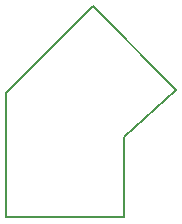
<source format=gbr>
G04 #@! TF.GenerationSoftware,KiCad,Pcbnew,(2017-05-31 revision c0bb8a30c)-makepkg*
G04 #@! TF.CreationDate,2017-07-13T16:12:39-05:00*
G04 #@! TF.ProjectId,45 Neo,3435204E656F2E6B696361645F706362,rev?*
G04 #@! TF.FileFunction,Profile,NP*
%FSLAX46Y46*%
G04 Gerber Fmt 4.6, Leading zero omitted, Abs format (unit mm)*
G04 Created by KiCad (PCBNEW (2017-05-31 revision c0bb8a30c)-makepkg) date 07/13/17 16:12:39*
%MOMM*%
%LPD*%
G01*
G04 APERTURE LIST*
%ADD10C,0.100000*%
%ADD11C,0.200000*%
G04 APERTURE END LIST*
D10*
D11*
X95000000Y2100000D02*
X102404164Y9475230D01*
X105000000Y-1550000D02*
X109475230Y2404164D01*
X95000000Y-8400000D02*
X105000000Y-8400000D01*
X95000000Y2100000D02*
X95000000Y-8400000D01*
X102404164Y9475230D02*
X109475230Y2404164D01*
X105000000Y-1550000D02*
X105000000Y-8400000D01*
M02*

</source>
